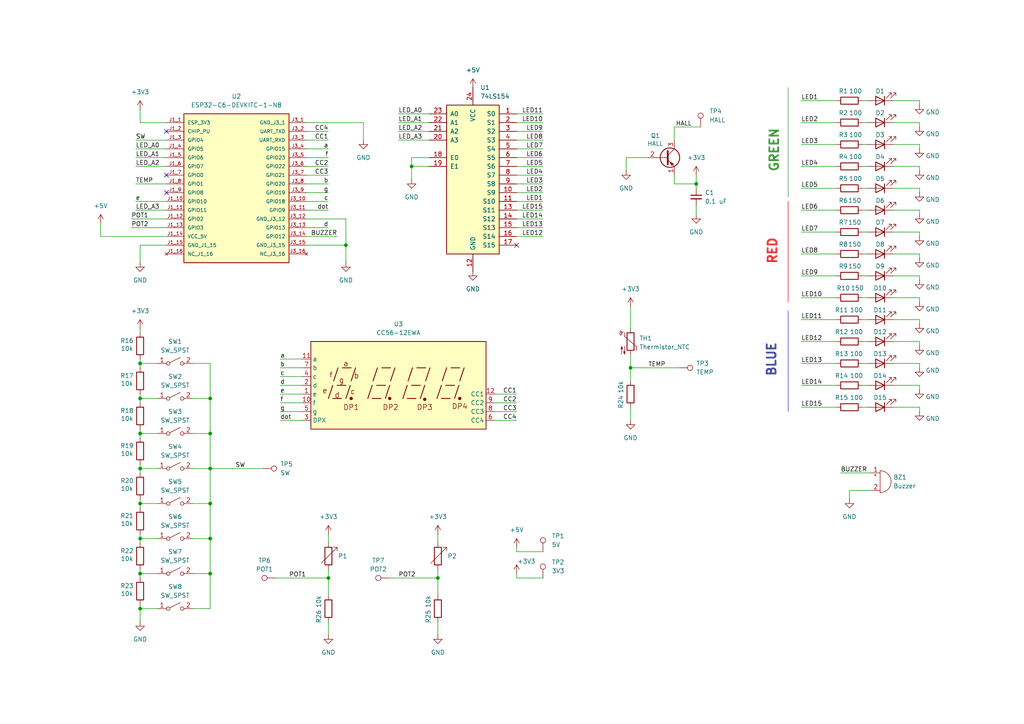
<source format=kicad_sch>
(kicad_sch (version 20250114) (generator "eeschema") (generator_version "9.0")
  (paper "A4")
  (title_block (title "Main Board"))
  (rectangle (start 228.6 90.17) (end 228.6254 119.38) (stroke (width 0) (color 61 78 216 1)))
  (rectangle (start 228.5873 58.42) (end 228.6127 87.63) (stroke (width 0) (color 216 38 51 1)))
  (rectangle (start 228.6 25.4) (end 228.6 57.15) (stroke (width 0) (color 52 143 48 1)))
  (text "RED" (at 224.028 72.898 90) (effects (font (size 2.54 2.54) (thickness 0.508) (bold yes))))
  (text "BLUE" (at 223.774 104.394 90) (effects (font (size 2.54 2.54) (thickness 0.508) (bold yes))))
  (text "GREEN" (at 224.536 43.688 90) (effects (font (size 2.54 2.54) (thickness 0.508) (bold yes))))
  (junction (at 60.96 115.57))
  (junction (at 60.96 146.05))
  (junction (at 40.64 146.05))
  (junction (at 95.25 167.64))
  (junction (at 127 167.64))
  (junction (at 40.64 115.57))
  (junction (at 40.64 166.37))
  (junction (at 60.96 166.37))
  (junction (at 40.64 156.21))
  (junction (at 60.96 135.89))
  (junction (at 60.96 125.73))
  (junction (at 40.64 125.73))
  (junction (at 40.64 176.53))
  (junction (at 100.33 71.12))
  (junction (at 60.96 156.21))
  (junction (at 119.38 48.26))
  (junction (at 182.88 106.68))
  (junction (at 40.64 135.89))
  (junction (at 201.93 53.34))
  (junction (at 40.64 105.41))
  (no_connect (at 48.26 38.1))
  (no_connect (at 48.26 55.88))
  (no_connect (at 149.86 71.12))
  (no_connect (at 48.26 50.8))
  (wire (pts (xy 55.88 166.37) (xy 60.96 166.37)))
  (wire (pts (xy 250.19 111.76) (xy 251.46 111.76)))
  (wire (pts (xy 182.88 102.87) (xy 182.88 106.68)))
  (wire (pts (xy 266.7 118.11) (xy 266.7 119.38)))
  (wire (pts (xy 40.64 114.3) (xy 40.64 115.57)))
  (wire (pts (xy 48.26 35.56) (xy 40.64 35.56)))
  (wire (pts (xy 250.19 118.11) (xy 251.46 118.11)))
  (wire (pts (xy 149.86 166.37) (xy 149.86 167.64)))
  (wire (pts (xy 246.38 144.78) (xy 246.38 142.24)))
  (wire (pts (xy 182.88 118.11) (xy 182.88 121.92)))
  (wire (pts (xy 81.28 106.68) (xy 87.63 106.68)))
  (wire (pts (xy 149.86 33.02) (xy 157.48 33.02)))
  (wire (pts (xy 95.25 38.1) (xy 88.9 38.1)))
  (wire (pts (xy 232.41 86.36) (xy 242.57 86.36)))
  (wire (pts (xy 149.86 114.3) (xy 143.51 114.3)))
  (wire (pts (xy 55.88 156.21) (xy 60.96 156.21)))
  (wire (pts (xy 232.41 60.96) (xy 242.57 60.96)))
  (wire (pts (xy 266.7 67.31) (xy 266.7 68.58)))
  (wire (pts (xy 88.9 60.96) (xy 95.25 60.96)))
  (wire (pts (xy 149.86 50.8) (xy 157.48 50.8)))
  (wire (pts (xy 40.64 105.41) (xy 40.64 106.68)))
  (wire (pts (xy 81.28 114.3) (xy 87.63 114.3)))
  (wire (pts (xy 55.88 135.89) (xy 60.96 135.89)))
  (wire (pts (xy 149.86 119.38) (xy 143.51 119.38)))
  (wire (pts (xy 40.64 71.12) (xy 40.64 76.2)))
  (wire (pts (xy 149.86 121.92) (xy 143.51 121.92)))
  (wire (pts (xy 232.41 48.26) (xy 242.57 48.26)))
  (wire (pts (xy 149.86 66.04) (xy 157.48 66.04)))
  (wire (pts (xy 80.01 167.64) (xy 95.25 167.64)))
  (wire (pts (xy 38.1 66.04) (xy 48.26 66.04)))
  (wire (pts (xy 195.58 40.64) (xy 195.58 36.83)))
  (wire (pts (xy 149.86 116.84) (xy 143.51 116.84)))
  (wire (pts (xy 95.25 48.26) (xy 88.9 48.26)))
  (wire (pts (xy 149.86 58.42) (xy 157.48 58.42)))
  (wire (pts (xy 55.88 125.73) (xy 60.96 125.73)))
  (wire (pts (xy 250.19 86.36) (xy 251.46 86.36)))
  (wire (pts (xy 266.7 54.61) (xy 266.7 55.88)))
  (wire (pts (xy 232.41 105.41) (xy 242.57 105.41)))
  (wire (pts (xy 40.64 156.21) (xy 40.64 157.48)))
  (wire (pts (xy 95.25 165.1) (xy 95.25 167.64)))
  (wire (pts (xy 55.88 115.57) (xy 60.96 115.57)))
  (wire (pts (xy 250.19 29.21) (xy 251.46 29.21)))
  (wire (pts (xy 259.08 86.36) (xy 266.7 86.36)))
  (wire (pts (xy 266.7 111.76) (xy 266.7 113.03)))
  (wire (pts (xy 95.25 55.88) (xy 88.9 55.88)))
  (wire (pts (xy 232.41 67.31) (xy 242.57 67.31)))
  (wire (pts (xy 60.96 146.05) (xy 60.96 156.21)))
  (wire (pts (xy 250.19 48.26) (xy 251.46 48.26)))
  (wire (pts (xy 40.64 105.41) (xy 45.72 105.41)))
  (wire (pts (xy 259.08 67.31) (xy 266.7 67.31)))
  (wire (pts (xy 127 180.34) (xy 127 184.15)))
  (wire (pts (xy 40.64 115.57) (xy 40.64 116.84)))
  (wire (pts (xy 95.25 180.34) (xy 95.25 184.15)))
  (wire (pts (xy 127 165.1) (xy 127 167.64)))
  (wire (pts (xy 149.86 55.88) (xy 157.48 55.88)))
  (wire (pts (xy 182.88 106.68) (xy 182.88 110.49)))
  (wire (pts (xy 95.25 154.94) (xy 95.25 157.48)))
  (wire (pts (xy 40.64 124.46) (xy 40.64 125.73)))
  (wire (pts (xy 250.19 54.61) (xy 251.46 54.61)))
  (wire (pts (xy 157.48 160.02) (xy 149.86 160.02)))
  (wire (pts (xy 266.7 73.66) (xy 266.7 74.93)))
  (wire (pts (xy 60.96 135.89) (xy 76.2 135.89)))
  (wire (pts (xy 40.64 115.57) (xy 45.72 115.57)))
  (wire (pts (xy 195.58 53.34) (xy 201.93 53.34)))
  (wire (pts (xy 259.08 41.91) (xy 266.7 41.91)))
  (wire (pts (xy 40.64 135.89) (xy 45.72 135.89)))
  (wire (pts (xy 232.41 92.71) (xy 242.57 92.71)))
  (wire (pts (xy 243.84 137.16) (xy 252.73 137.16)))
  (wire (pts (xy 119.38 48.26) (xy 119.38 52.07)))
  (wire (pts (xy 40.64 95.25) (xy 40.64 96.52)))
  (wire (pts (xy 266.7 99.06) (xy 266.7 100.33)))
  (wire (pts (xy 246.38 142.24) (xy 252.73 142.24)))
  (wire (pts (xy 40.64 175.26) (xy 40.64 176.53)))
  (wire (pts (xy 232.41 99.06) (xy 242.57 99.06)))
  (wire (pts (xy 29.21 64.77) (xy 29.21 68.58)))
  (wire (pts (xy 259.08 29.21) (xy 266.7 29.21)))
  (wire (pts (xy 81.28 109.22) (xy 87.63 109.22)))
  (wire (pts (xy 81.28 116.84) (xy 87.63 116.84)))
  (wire (pts (xy 60.96 125.73) (xy 60.96 135.89)))
  (wire (pts (xy 40.64 144.78) (xy 40.64 146.05)))
  (wire (pts (xy 149.86 48.26) (xy 157.48 48.26)))
  (wire (pts (xy 119.38 45.72) (xy 119.38 48.26)))
  (wire (pts (xy 40.64 146.05) (xy 40.64 147.32)))
  (wire (pts (xy 149.86 43.18) (xy 157.48 43.18)))
  (wire (pts (xy 88.9 71.12) (xy 100.33 71.12)))
  (wire (pts (xy 95.25 58.42) (xy 88.9 58.42)))
  (wire (pts (xy 259.08 80.01) (xy 266.7 80.01)))
  (wire (pts (xy 266.7 105.41) (xy 266.7 106.68)))
  (wire (pts (xy 100.33 71.12) (xy 100.33 76.2)))
  (wire (pts (xy 105.41 35.56) (xy 105.41 40.64)))
  (wire (pts (xy 259.08 48.26) (xy 266.7 48.26)))
  (wire (pts (xy 115.57 35.56) (xy 124.46 35.56)))
  (wire (pts (xy 55.88 105.41) (xy 60.96 105.41)))
  (wire (pts (xy 40.64 135.89) (xy 40.64 137.16)))
  (wire (pts (xy 95.25 66.04) (xy 88.9 66.04)))
  (wire (pts (xy 266.7 80.01) (xy 266.7 81.28)))
  (wire (pts (xy 250.19 99.06) (xy 251.46 99.06)))
  (wire (pts (xy 40.64 176.53) (xy 45.72 176.53)))
  (wire (pts (xy 266.7 92.71) (xy 266.7 93.98)))
  (wire (pts (xy 266.7 86.36) (xy 266.7 87.63)))
  (wire (pts (xy 115.57 40.64) (xy 124.46 40.64)))
  (wire (pts (xy 100.33 63.5) (xy 100.33 71.12)))
  (wire (pts (xy 250.19 67.31) (xy 251.46 67.31)))
  (wire (pts (xy 232.41 118.11) (xy 242.57 118.11)))
  (wire (pts (xy 60.96 166.37) (xy 60.96 176.53)))
  (wire (pts (xy 266.7 60.96) (xy 266.7 62.23)))
  (wire (pts (xy 250.19 60.96) (xy 251.46 60.96)))
  (wire (pts (xy 149.86 40.64) (xy 157.48 40.64)))
  (wire (pts (xy 60.96 105.41) (xy 60.96 115.57)))
  (wire (pts (xy 38.1 63.5) (xy 48.26 63.5)))
  (wire (pts (xy 55.88 146.05) (xy 60.96 146.05)))
  (wire (pts (xy 201.93 59.69) (xy 201.93 62.23)))
  (wire (pts (xy 97.79 68.58) (xy 88.9 68.58)))
  (wire (pts (xy 149.86 68.58) (xy 157.48 68.58)))
  (wire (pts (xy 95.25 40.64) (xy 88.9 40.64)))
  (wire (pts (xy 40.64 125.73) (xy 40.64 127)))
  (wire (pts (xy 250.19 41.91) (xy 251.46 41.91)))
  (wire (pts (xy 39.37 48.26) (xy 48.26 48.26)))
  (wire (pts (xy 39.37 53.34) (xy 48.26 53.34)))
  (wire (pts (xy 259.08 35.56) (xy 266.7 35.56)))
  (wire (pts (xy 88.9 63.5) (xy 100.33 63.5)))
  (wire (pts (xy 259.08 60.96) (xy 266.7 60.96)))
  (wire (pts (xy 182.88 88.9) (xy 182.88 95.25)))
  (wire (pts (xy 40.64 31.75) (xy 40.64 35.56)))
  (wire (pts (xy 201.93 54.61) (xy 201.93 53.34)))
  (wire (pts (xy 39.37 43.18) (xy 48.26 43.18)))
  (wire (pts (xy 119.38 48.26) (xy 124.46 48.26)))
  (wire (pts (xy 195.58 36.83) (xy 203.2 36.83)))
  (wire (pts (xy 266.7 41.91) (xy 266.7 43.18)))
  (wire (pts (xy 127 167.64) (xy 127 172.72)))
  (wire (pts (xy 157.48 167.64) (xy 149.86 167.64)))
  (wire (pts (xy 40.64 125.73) (xy 45.72 125.73)))
  (wire (pts (xy 250.19 92.71) (xy 251.46 92.71)))
  (wire (pts (xy 40.64 176.53) (xy 40.64 180.34)))
  (wire (pts (xy 149.86 45.72) (xy 157.48 45.72)))
  (wire (pts (xy 127 154.94) (xy 127 157.48)))
  (wire (pts (xy 266.7 48.26) (xy 266.7 49.53)))
  (wire (pts (xy 40.64 166.37) (xy 45.72 166.37)))
  (wire (pts (xy 149.86 60.96) (xy 157.48 60.96)))
  (wire (pts (xy 232.41 80.01) (xy 242.57 80.01)))
  (wire (pts (xy 259.08 118.11) (xy 266.7 118.11)))
  (wire (pts (xy 250.19 80.01) (xy 251.46 80.01)))
  (wire (pts (xy 259.08 54.61) (xy 266.7 54.61)))
  (wire (pts (xy 95.25 45.72) (xy 88.9 45.72)))
  (wire (pts (xy 81.28 119.38) (xy 87.63 119.38)))
  (wire (pts (xy 266.7 35.56) (xy 266.7 36.83)))
  (wire (pts (xy 259.08 92.71) (xy 266.7 92.71)))
  (wire (pts (xy 95.25 50.8) (xy 88.9 50.8)))
  (wire (pts (xy 81.28 104.14) (xy 87.63 104.14)))
  (wire (pts (xy 232.41 41.91) (xy 242.57 41.91)))
  (wire (pts (xy 39.37 58.42) (xy 48.26 58.42)))
  (wire (pts (xy 40.64 146.05) (xy 45.72 146.05)))
  (wire (pts (xy 39.37 60.96) (xy 48.26 60.96)))
  (wire (pts (xy 259.08 73.66) (xy 266.7 73.66)))
  (wire (pts (xy 40.64 166.37) (xy 40.64 167.64)))
  (wire (pts (xy 201.93 50.8) (xy 201.93 53.34)))
  (wire (pts (xy 115.57 38.1) (xy 124.46 38.1)))
  (wire (pts (xy 259.08 105.41) (xy 266.7 105.41)))
  (wire (pts (xy 266.7 29.21) (xy 266.7 30.48)))
  (wire (pts (xy 81.28 111.76) (xy 87.63 111.76)))
  (wire (pts (xy 55.88 176.53) (xy 60.96 176.53)))
  (wire (pts (xy 95.25 53.34) (xy 88.9 53.34)))
  (wire (pts (xy 81.28 121.92) (xy 87.63 121.92)))
  (wire (pts (xy 181.61 45.72) (xy 187.96 45.72)))
  (wire (pts (xy 232.41 54.61) (xy 242.57 54.61)))
  (wire (pts (xy 88.9 35.56) (xy 105.41 35.56)))
  (wire (pts (xy 39.37 45.72) (xy 48.26 45.72)))
  (wire (pts (xy 48.26 68.58) (xy 29.21 68.58)))
  (wire (pts (xy 250.19 105.41) (xy 251.46 105.41)))
  (wire (pts (xy 181.61 45.72) (xy 181.61 49.53)))
  (wire (pts (xy 60.96 135.89) (xy 60.96 146.05)))
  (wire (pts (xy 250.19 35.56) (xy 251.46 35.56)))
  (wire (pts (xy 40.64 156.21) (xy 45.72 156.21)))
  (wire (pts (xy 60.96 156.21) (xy 60.96 166.37)))
  (wire (pts (xy 149.86 35.56) (xy 157.48 35.56)))
  (wire (pts (xy 149.86 38.1) (xy 157.48 38.1)))
  (wire (pts (xy 250.19 73.66) (xy 251.46 73.66)))
  (wire (pts (xy 232.41 111.76) (xy 242.57 111.76)))
  (wire (pts (xy 39.37 40.64) (xy 48.26 40.64)))
  (wire (pts (xy 182.88 106.68) (xy 196.85 106.68)))
  (wire (pts (xy 113.03 167.64) (xy 127 167.64)))
  (wire (pts (xy 40.64 165.1) (xy 40.64 166.37)))
  (wire (pts (xy 48.26 71.12) (xy 40.64 71.12)))
  (wire (pts (xy 40.64 134.62) (xy 40.64 135.89)))
  (wire (pts (xy 115.57 33.02) (xy 124.46 33.02)))
  (wire (pts (xy 232.41 35.56) (xy 242.57 35.56)))
  (wire (pts (xy 95.25 167.64) (xy 95.25 172.72)))
  (wire (pts (xy 149.86 53.34) (xy 157.48 53.34)))
  (wire (pts (xy 259.08 111.76) (xy 266.7 111.76)))
  (wire (pts (xy 60.96 115.57) (xy 60.96 125.73)))
  (wire (pts (xy 149.86 158.75) (xy 149.86 160.02)))
  (wire (pts (xy 232.41 29.21) (xy 242.57 29.21)))
  (wire (pts (xy 232.41 73.66) (xy 242.57 73.66)))
  (wire (pts (xy 124.46 45.72) (xy 119.38 45.72)))
  (wire (pts (xy 149.86 63.5) (xy 157.48 63.5)))
  (wire (pts (xy 259.08 99.06) (xy 266.7 99.06)))
  (wire (pts (xy 40.64 154.94) (xy 40.64 156.21)))
  (wire (pts (xy 95.25 43.18) (xy 88.9 43.18)))
  (wire (pts (xy 195.58 50.8) (xy 195.58 53.34)))
  (wire (pts (xy 40.64 104.14) (xy 40.64 105.41)))
  (label "LED8" (at 232.41 73.66 0))
  (label "CC1" (at 95.25 40.64 180))
  (label "LED_A0" (at 39.37 43.18 0))
  (label "LED_A1" (at 115.57 35.56 0))
  (label "LED_A1" (at 39.37 45.72 0))
  (label "LED13" (at 232.41 105.41 0))
  (label "LED2" (at 232.41 35.56 0))
  (label "LED6" (at 157.48 45.72 180))
  (label "SW" (at 39.37 40.64 0) (effects (font (thickness 0.1588))))
  (label "CC4" (at 149.86 121.92 180))
  (label "LED4" (at 157.48 50.8 180))
  (label "LED_A3" (at 115.57 40.64 0))
  (label "LED12" (at 157.48 68.58 180))
  (label "LED11" (at 232.41 92.71 0))
  (label "LED5" (at 232.41 54.61 0))
  (label "b" (at 81.28 106.68 0))
  (label "TEMP" (at 193.04 106.68 180))
  (label "g" (at 95.25 55.88 180))
  (label "e" (at 81.28 114.3 0))
  (label "dot" (at 95.25 60.96 180))
  (label "CC4" (at 95.25 38.1 180))
  (label "HALL" (at 200.66 36.83 180) (effects (font (thickness 0.1588))))
  (label "e" (at 39.37 58.42 0))
  (label "TEMP" (at 39.37 53.34 0))
  (label "LED2" (at 157.48 55.88 180))
  (label "c" (at 95.25 58.42 180))
  (label "CC3" (at 149.86 119.38 180))
  (label "POT2" (at 115.57 167.64 0) (effects (font (thickness 0.1588))))
  (label "LED_A2" (at 115.57 38.1 0))
  (label "LED14" (at 232.41 111.76 0))
  (label "LED12" (at 232.41 99.06 0))
  (label "LED9" (at 157.48 38.1 180))
  (label "dot" (at 81.28 121.92 0))
  (label "LED10" (at 157.48 35.56 180))
  (label "a" (at 95.25 43.18 180))
  (label "SW" (at 71.12 135.89 180))
  (label "LED5" (at 157.48 48.26 180))
  (label "CC3" (at 95.25 50.8 180))
  (label "d" (at 81.28 111.76 0))
  (label "BUZZER" (at 243.84 137.16 0) (effects (font (thickness 0.1588))))
  (label "a" (at 81.28 104.14 0))
  (label "LED_A0" (at 115.57 33.02 0))
  (label "LED14" (at 157.48 63.5 180))
  (label "b" (at 95.25 53.34 180))
  (label "f" (at 95.25 45.72 180) (effects (font (thickness 0.1588))))
  (label "LED7" (at 157.48 43.18 180))
  (label "LED13" (at 157.48 66.04 180))
  (label "LED6" (at 232.41 60.96 0))
  (label "LED11" (at 157.48 33.02 180))
  (label "POT1" (at 83.82 167.64 0) (effects (font (thickness 0.1588))))
  (label "LED15" (at 157.48 60.96 180))
  (label "LED_A2" (at 39.37 48.26 0))
  (label "f" (at 81.28 116.84 0))
  (label "g" (at 81.28 119.38 0))
  (label "LED15" (at 232.41 118.11 0))
  (label "LED8" (at 157.48 40.64 180))
  (label "LED1" (at 232.41 29.21 0))
  (label "CC1" (at 149.86 114.3 180))
  (label "LED3" (at 157.48 53.34 180))
  (label "d" (at 95.25 66.04 180))
  (label "LED4" (at 232.41 48.26 0))
  (label "LED9" (at 232.41 80.01 0))
  (label "BUZZER" (at 97.79 68.58 180))
  (label "LED_A3" (at 39.37 60.96 0))
  (label "LED1" (at 157.48 58.42 180))
  (label "LED7" (at 232.41 67.31 0))
  (label "LED3" (at 232.41 41.91 0))
  (label "CC2" (at 95.25 48.26 180))
  (label "CC2" (at 149.86 116.84 180))
  (label "c" (at 81.28 109.22 0))
  (label "LED10" (at 232.41 86.36 0))
  (label "POT2" (at 38.1 66.04 0) (effects (font (thickness 0.1588))))
  (label "POT1" (at 38.1 63.5 0) (effects (font (thickness 0.1588))))
  (symbol (lib_id "Device:Thermistor_NTC") (at 182.88 99.06 0) (unit 1)
    (property "Reference" "TH1" (at 185.42 98.1074 0) (effects (justify left)))
    (property "Value" "Thermistor_NTC" (at 185.42 100.6474 0) (effects (justify left)))
    (property "Footprint" "Connector_PinHeader_2.54mm:PinHeader_1x02_P2.54mm_Vertical" (effects (hide yes)))
    (property "Description" "Temperature dependent resistor, negative temperature coefficient" (effects (hide yes)))
  )
  (symbol (lib_id "power:+5V") (at 149.86 158.75 0) (unit 1)
    (property "Reference" "#PWR031" (effects (hide yes)))
    (property "Value" "+5V" (at 149.86 153.67 0))
    (property "Description" "Power symbol creates a global label with name \"+5V\"" (effects (hide yes)))
  )
  (symbol (lib_id "Device:R_Variable") (at 95.25 161.29 0) (unit 1)
    (property "Reference" "P1" (at 98.044 161.29 0) (effects (justify left)))
    (property "Value" "R_Variable" (effects (hide yes)))
    (property "Footprint" "Potentiometer_THT:Potentiometer_ACP_CA9-V10_Vertical_Hole" (effects (hide yes)))
    (property "Description" "Variable resistor" (effects (hide yes)))
  )
  (symbol (lib_id "Device:R") (at 40.64 140.97 180) (unit 1)
    (property "Reference" "R20" (at 36.83 139.446 0))
    (property "Value" "10k" (at 36.83 141.732 0))
    (property "Footprint" "Resistor_SMD:R_0805_2012Metric" (effects (hide yes)))
    (property "Description" "Resistor" (effects (hide yes)))
  )
  (symbol (lib_id "Device:R") (at 40.64 151.13 180) (unit 1)
    (property "Reference" "R21" (at 36.83 149.606 0))
    (property "Value" "10k" (at 36.83 151.892 0))
    (property "Footprint" "Resistor_SMD:R_0805_2012Metric" (effects (hide yes)))
    (property "Description" "Resistor" (effects (hide yes)))
  )
  (symbol (lib_id "Device:R") (at 246.38 35.56 90) (unit 1)
    (property "Reference" "R2" (at 244.602 32.766 90))
    (property "Value" "100" (at 248.158 32.766 90))
    (property "Footprint" "Resistor_SMD:R_0805_2012Metric" (effects (hide yes)))
    (property "Description" "Resistor" (effects (hide yes)))
  )
  (symbol (lib_id "power:GND") (at 40.64 180.34 0) (unit 1)
    (property "Reference" "#PWR027" (effects (hide yes)))
    (property "Value" "GND" (at 40.64 185.42 0))
    (property "Description" "Power symbol creates a global label with name \"GND\" , ground" (effects (hide yes)))
  )
  (symbol (lib_id "Device:LED") (at 255.27 99.06 180) (unit 1)
    (property "Reference" "D12" (at 255.27 96.266 0))
    (property "Value" "LED" (effects (hide yes)))
    (property "Footprint" "LED_SMD:LED_Cree-PLCC4_3.2x2.8mm_CCW" (effects (hide yes)))
    (property "Description" "Light emitting diode" (effects (hide yes)))
    (property "Sim.Pins" "1=K 2=A" (effects (hide yes)))
  )
  (symbol (lib_id "Device:R") (at 246.38 86.36 90) (unit 1)
    (property "Reference" "R10" (at 244.602 83.566 90))
    (property "Value" "150" (at 248.666 83.566 90))
    (property "Footprint" "Resistor_SMD:R_0805_2012Metric" (effects (hide yes)))
    (property "Description" "Resistor" (effects (hide yes)))
  )
  (symbol (lib_id "Switch:SW_SPST") (at 50.8 105.41 0) (unit 1)
    (property "Reference" "SW1" (at 50.8 99.06 0))
    (property "Value" "SW_SPST" (at 50.8 101.6 0))
    (property "Footprint" "Spst_SW:SW_TS02-66-60-BK-100-LCR-D" (effects (hide yes)))
    (property "Description" "Single Pole Single Throw (SPST) switch" (effects (hide yes)))
  )
  (symbol (lib_id "power:GND") (at 266.7 93.98 0) (unit 1)
    (property "Reference" "#PWR016" (effects (hide yes)))
    (property "Value" "GND" (at 270.51 96.012 0))
    (property "Description" "Power symbol creates a global label with name \"GND\" , ground" (effects (hide yes)))
  )
  (symbol (lib_id "power:GND") (at 266.7 30.48 0) (unit 1)
    (property "Reference" "#PWR06" (effects (hide yes)))
    (property "Value" "GND" (at 270.51 32.512 0))
    (property "Description" "Power symbol creates a global label with name \"GND\" , ground" (effects (hide yes)))
  )
  (symbol (lib_id "Device:R") (at 246.38 118.11 90) (unit 1)
    (property "Reference" "R15" (at 244.094 115.316 90))
    (property "Value" "100" (at 248.412 115.316 90))
    (property "Footprint" "Resistor_SMD:R_0805_2012Metric" (effects (hide yes)))
    (property "Description" "Resistor" (effects (hide yes)))
  )
  (symbol (lib_id "power:+3V3") (at 40.64 95.25 0) (unit 1)
    (property "Reference" "#PWR028" (effects (hide yes)))
    (property "Value" "+3V3" (at 40.64 90.17 0))
    (property "Description" "Power symbol creates a global label with name \"+3V3\"" (effects (hide yes)))
  )
  (symbol (lib_id "Device:R") (at 127 176.53 180) (unit 1)
    (property "Reference" "R25" (at 124.206 178.816 90))
    (property "Value" "10k" (at 124.206 174.498 90))
    (property "Footprint" "Resistor_SMD:R_0805_2012Metric" (effects (hide yes)))
    (property "Description" "Resistor" (effects (hide yes)))
  )
  (symbol (lib_id "Switch:SW_SPST") (at 50.8 146.05 0) (unit 1)
    (property "Reference" "SW5" (at 50.8 139.7 0))
    (property "Value" "SW_SPST" (at 50.8 142.24 0))
    (property "Footprint" "Spst_SW:SW_TS02-66-60-BK-100-LCR-D" (effects (hide yes)))
    (property "Description" "Single Pole Single Throw (SPST) switch" (effects (hide yes)))
  )
  (symbol (lib_id "Device:LED") (at 255.27 48.26 180) (unit 1)
    (property "Reference" "D4" (at 255.27 45.466 0))
    (property "Value" "LED" (effects (hide yes)))
    (property "Footprint" "LED_SMD:LED_Cree-PLCC4_3.2x2.8mm_CCW" (effects (hide yes)))
    (property "Description" "Light emitting diode" (effects (hide yes)))
    (property "Sim.Pins" "1=K 2=A" (effects (hide yes)))
  )
  (symbol (lib_id "Display_Character:CC56-12EWA") (at 115.57 111.76 0) (unit 1)
    (property "Reference" "U3" (at 115.57 93.98 0))
    (property "Value" "CC56-12EWA" (at 115.57 96.52 0))
    (property "Footprint" "Display_7Segment:CA56-12EWA" (effects (hide yes)))
    (property "Datasheet" "http://www.kingbrightusa.com/images/catalog/SPEC/CA56-12EWA.pdf" (effects (hide yes)))
    (property "Description" "4 digit 7 segment high efficiency red LED, common cathode" (effects (hide yes)))
  )
  (symbol (lib_id "power:GND") (at 201.93 62.23 0) (unit 1)
    (property "Reference" "#PWR024" (effects (hide yes)))
    (property "Value" "GND" (at 201.93 67.31 0))
    (property "Description" "Power symbol creates a global label with name \"GND\" , ground" (effects (hide yes)))
  )
  (symbol (lib_id "Connector:TestPoint") (at 113.03 167.64 90) (unit 1)
    (property "Reference" "TP7" (at 109.728 162.56 90))
    (property "Value" "POT2" (at 109.728 165.1 90))
    (property "Footprint" "TestPoint:TestPoint_Pad_D1.0mm" (effects (hide yes)))
    (property "Description" "test point" (effects (hide yes)))
  )
  (symbol (lib_id "Device:R") (at 40.64 171.45 180) (unit 1)
    (property "Reference" "R23" (at 36.83 169.926 0))
    (property "Value" "10k" (at 36.83 172.212 0))
    (property "Footprint" "Resistor_SMD:R_0805_2012Metric" (effects (hide yes)))
    (property "Description" "Resistor" (effects (hide yes)))
  )
  (symbol (lib_id "Device:R") (at 246.38 67.31 90) (unit 1)
    (property "Reference" "R7" (at 244.602 64.516 90))
    (property "Value" "150" (at 247.904 64.516 90))
    (property "Footprint" "Resistor_SMD:R_0805_2012Metric" (effects (hide yes)))
    (property "Description" "Resistor" (effects (hide yes)))
  )
  (symbol (lib_id "power:GND") (at 127 184.15 0) (unit 1)
    (property "Reference" "#PWR033" (effects (hide yes)))
    (property "Value" "GND" (at 127 189.23 0))
    (property "Description" "Power symbol creates a global label with name \"GND\" , ground" (effects (hide yes)))
  )
  (symbol (lib_id "Device:R_Variable") (at 127 161.29 0) (unit 1)
    (property "Reference" "P2" (at 129.794 161.29 0) (effects (justify left)))
    (property "Value" "R_Variable" (effects (hide yes)))
    (property "Footprint" "Potentiometer_THT:Potentiometer_ACP_CA9-V10_Vertical_Hole" (effects (hide yes)))
    (property "Description" "Variable resistor" (effects (hide yes)))
  )
  (symbol (lib_id "ESP32-C6-DEVKITC-1-N8:ESP32-C6-DEVKITC-1-N8") (at 68.58 55.88 0) (unit 1)
    (property "Reference" "U2" (at 68.58 27.94 0))
    (property "Value" "ESP32-C6-DEVKITC-1-N8" (at 68.58 30.48 0))
    (property "Footprint" "ESP32-C6-DEVKITC-1-N8:MODULE_ESP32-C6-DEVKITC-1-N8" (effects (hide yes)))
    (property "MF" "Espressif Systems" (effects (hide yes)))
    (property "Description_1" "The ESP32-C6-DEVKITC-1-N8 from Espressif Systems is a development board designed for RF, RFID, and wireless applications. Built around the ESP32-C6-WROOM-1 module, it supports multiple connectivity options including 802.11 b/g/n/ax Wi-Fi, Bluetooth® (BLE), and 802.15.4 for Thread and Zigbee® protocols. The board is powered by the ESP32-C6 chip with 8MB SPI flash, offering advanced processing power and efficient memory management. It features GPIO ports for extensive interfacing, along with a USB Type-C™ to UART port for power and communication. The board also includes a USB-to-UART bridge, pin header, and boot/reset buttons, operating at 3.3V with a 5V to 3.3V power regulator. This development board is ideal for exploring a wide range of wireless applications, including IoT, smart home devices, and RF communication projects." (effects (hide yes)))
    (property "Package" "None" (effects (hide yes)))
    (property "Price" "None" (effects (hide yes)))
    (property "Check_prices" "https://www.snapeda.com/parts/ESP32-C6-DEVKITC-1-N8/Espressif+Systems/view-part/?ref=eda" (effects (hide yes)))
    (property "STANDARD" "Manufacturer Recommendations" (effects (hide yes)))
    (property "PARTREV" "1.3" (effects (hide yes)))
    (property "SnapEDA_Link" "https://www.snapeda.com/parts/ESP32-C6-DEVKITC-1-N8/Espressif+Systems/view-part/?ref=snap" (effects (hide yes)))
    (property "MP" "ESP32-C6-DEVKITC-1-N8" (effects (hide yes)))
    (property "Availability" "In Stock" (effects (hide yes)))
    (property "MANUFACTURER" "Espressif Systems" (effects (hide yes)))
  )
  (symbol (lib_id "Switch:SW_SPST") (at 50.8 125.73 0) (unit 1)
    (property "Reference" "SW3" (at 50.8 119.38 0))
    (property "Value" "SW_SPST" (at 50.8 121.92 0))
    (property "Footprint" "Spst_SW:SW_TS02-66-60-BK-100-LCR-D" (effects (hide yes)))
    (property "Description" "Single Pole Single Throw (SPST) switch" (effects (hide yes)))
  )
  (symbol (lib_id "Connector:TestPoint") (at 76.2 135.89 270) (unit 1)
    (property "Reference" "TP5" (at 81.28 134.6199 90) (effects (justify left)))
    (property "Value" "SW" (at 81.28 137.1599 90) (effects (justify left)))
    (property "Footprint" "TestPoint:TestPoint_Pad_D1.0mm" (effects (hide yes)))
    (property "Description" "test point" (effects (hide yes)))
  )
  (symbol (lib_id "power:+3V3") (at 95.25 154.94 0) (unit 1)
    (property "Reference" "#PWR044" (effects (hide yes)))
    (property "Value" "+3V3" (at 95.25 149.86 0))
    (property "Description" "Power symbol creates a global label with name \"+3V3\"" (effects (hide yes)))
  )
  (symbol (lib_id "Switch:SW_SPST") (at 50.8 135.89 0) (unit 1)
    (property "Reference" "SW4" (at 50.8 129.54 0))
    (property "Value" "SW_SPST" (at 50.8 132.08 0))
    (property "Footprint" "Spst_SW:SW_TS02-66-60-BK-100-LCR-D" (effects (hide yes)))
    (property "Description" "Single Pole Single Throw (SPST) switch" (effects (hide yes)))
  )
  (symbol (lib_id "power:GND") (at 266.7 55.88 0) (unit 1)
    (property "Reference" "#PWR010" (effects (hide yes)))
    (property "Value" "GND" (at 270.51 57.912 0))
    (property "Description" "Power symbol creates a global label with name \"GND\" , ground" (effects (hide yes)))
  )
  (symbol (lib_id "power:+3V3") (at 40.64 31.75 0) (unit 1)
    (property "Reference" "#PWR01" (effects (hide yes)))
    (property "Value" "+3V3" (at 40.64 26.67 0))
    (property "Description" "Power symbol creates a global label with name \"+3V3\"" (effects (hide yes)))
  )
  (symbol (lib_id "Device:LED") (at 255.27 41.91 180) (unit 1)
    (property "Reference" "D3" (at 255.27 39.116 0))
    (property "Value" "LED" (effects (hide yes)))
    (property "Footprint" "LED_SMD:LED_Cree-PLCC4_3.2x2.8mm_CCW" (effects (hide yes)))
    (property "Description" "Light emitting diode" (effects (hide yes)))
    (property "Sim.Pins" "1=K 2=A" (effects (hide yes)))
  )
  (symbol (lib_id "Device:LED") (at 255.27 92.71 180) (unit 1)
    (property "Reference" "D11" (at 255.27 89.916 0))
    (property "Value" "LED" (effects (hide yes)))
    (property "Footprint" "LED_SMD:LED_Cree-PLCC4_3.2x2.8mm_CCW" (effects (hide yes)))
    (property "Description" "Light emitting diode" (effects (hide yes)))
    (property "Sim.Pins" "1=K 2=A" (effects (hide yes)))
  )
  (symbol (lib_id "Device:R") (at 182.88 114.3 180) (unit 1)
    (property "Reference" "R24" (at 180.086 116.586 90))
    (property "Value" "10k" (at 180.086 112.268 90))
    (property "Footprint" "Resistor_SMD:R_0805_2012Metric" (effects (hide yes)))
    (property "Description" "Resistor" (effects (hide yes)))
  )
  (symbol (lib_id "Device:C_Small") (at 201.93 57.15 0) (unit 1)
    (property "Reference" "C1" (at 204.47 55.8862 0) (effects (justify left)))
    (property "Value" "0.1 uF" (at 204.47 58.4262 0) (effects (justify left)))
    (property "Footprint" "Capacitor_SMD:C_0805_2012Metric" (effects (hide yes)))
    (property "Description" "Unpolarized capacitor, small symbol" (effects (hide yes)))
  )
  (symbol (lib_id "power:GND") (at 182.88 121.92 0) (unit 1)
    (property "Reference" "#PWR029" (effects (hide yes)))
    (property "Value" "GND" (at 182.88 127 0))
    (property "Description" "Power symbol creates a global label with name \"GND\" , ground" (effects (hide yes)))
  )
  (symbol (lib_id "power:GND") (at 181.61 49.53 0) (unit 1)
    (property "Reference" "#PWR023" (effects (hide yes)))
    (property "Value" "GND" (at 181.61 54.61 0))
    (property "Description" "Power symbol creates a global label with name \"GND\" , ground" (effects (hide yes)))
  )
  (symbol (lib_id "power:GND") (at 266.7 119.38 0) (unit 1)
    (property "Reference" "#PWR020" (effects (hide yes)))
    (property "Value" "GND" (at 270.51 121.412 0))
    (property "Description" "Power symbol creates a global label with name \"GND\" , ground" (effects (hide yes)))
  )
  (symbol (lib_id "Device:R") (at 246.38 48.26 90) (unit 1)
    (property "Reference" "R4" (at 244.602 45.466 90))
    (property "Value" "100" (at 248.158 45.466 90))
    (property "Footprint" "Resistor_SMD:R_0805_2012Metric" (effects (hide yes)))
    (property "Description" "Resistor" (effects (hide yes)))
  )
  (symbol (lib_id "Connector:TestPoint") (at 203.2 36.83 0) (unit 1)
    (property "Reference" "TP4" (at 205.74 32.2579 0) (effects (justify left)))
    (property "Value" "HALL" (at 205.74 34.7979 0) (effects (justify left)))
    (property "Footprint" "TestPoint:TestPoint_Pad_D1.0mm" (effects (hide yes)))
    (property "Description" "test point" (effects (hide yes)))
  )
  (symbol (lib_id "Device:R") (at 246.38 80.01 90) (unit 1)
    (property "Reference" "R9" (at 244.602 77.216 90))
    (property "Value" "150" (at 247.904 77.216 90))
    (property "Footprint" "Resistor_SMD:R_0805_2012Metric" (effects (hide yes)))
    (property "Description" "Resistor" (effects (hide yes)))
  )
  (symbol (lib_id "Device:LED") (at 255.27 111.76 180) (unit 1)
    (property "Reference" "D14" (at 255.27 108.966 0))
    (property "Value" "LED" (effects (hide yes)))
    (property "Footprint" "LED_SMD:LED_Cree-PLCC4_3.2x2.8mm_CCW" (effects (hide yes)))
    (property "Description" "Light emitting diode" (effects (hide yes)))
    (property "Sim.Pins" "1=K 2=A" (effects (hide yes)))
  )
  (symbol (lib_id "power:+3V3") (at 182.88 88.9 0) (unit 1)
    (property "Reference" "#PWR030" (effects (hide yes)))
    (property "Value" "+3V3" (at 182.88 83.82 0))
    (property "Description" "Power symbol creates a global label with name \"+3V3\"" (effects (hide yes)))
  )
  (symbol (lib_id "power:GND") (at 266.7 100.33 0) (unit 1)
    (property "Reference" "#PWR017" (effects (hide yes)))
    (property "Value" "GND" (at 270.51 102.362 0))
    (property "Description" "Power symbol creates a global label with name \"GND\" , ground" (effects (hide yes)))
  )
  (symbol (lib_id "Device:LED") (at 255.27 35.56 180) (unit 1)
    (property "Reference" "D2" (at 255.27 32.766 0))
    (property "Value" "LED" (effects (hide yes)))
    (property "Footprint" "LED_SMD:LED_Cree-PLCC4_3.2x2.8mm_CCW" (effects (hide yes)))
    (property "Description" "Light emitting diode" (effects (hide yes)))
    (property "Sim.Pins" "1=K 2=A" (effects (hide yes)))
  )
  (symbol (lib_id "Device:R") (at 246.38 105.41 90) (unit 1)
    (property "Reference" "R13" (at 244.094 102.616 90))
    (property "Value" "100" (at 248.412 102.616 90))
    (property "Footprint" "Resistor_SMD:R_0805_2012Metric" (effects (hide yes)))
    (property "Description" "Resistor" (effects (hide yes)))
  )
  (symbol (lib_id "Device:R") (at 40.64 130.81 180) (unit 1)
    (property "Reference" "R19" (at 36.83 129.286 0))
    (property "Value" "10k" (at 36.83 131.572 0))
    (property "Footprint" "Resistor_SMD:R_0805_2012Metric" (effects (hide yes)))
    (property "Description" "Resistor" (effects (hide yes)))
  )
  (symbol (lib_id "power:GND") (at 119.38 52.07 0) (unit 1)
    (property "Reference" "#PWR043" (effects (hide yes)))
    (property "Value" "GND" (at 119.38 57.15 0))
    (property "Description" "Power symbol creates a global label with name \"GND\" , ground" (effects (hide yes)))
  )
  (symbol (lib_id "Connector:TestPoint") (at 157.48 167.64 0) (unit 1)
    (property "Reference" "TP2" (at 160.02 163.0679 0) (effects (justify left)))
    (property "Value" "3V3" (at 160.02 165.6079 0) (effects (justify left)))
    (property "Footprint" "TestPoint:TestPoint_Pad_D1.0mm" (effects (hide yes)))
    (property "Description" "test point" (effects (hide yes)))
  )
  (symbol (lib_id "Device:R") (at 95.25 176.53 180) (unit 1)
    (property "Reference" "R26" (at 92.456 178.816 90))
    (property "Value" "10k" (at 92.456 174.498 90))
    (property "Footprint" "Resistor_SMD:R_0805_2012Metric" (effects (hide yes)))
    (property "Description" "Resistor" (effects (hide yes)))
  )
  (symbol (lib_id "power:+5V") (at 29.21 64.77 0) (unit 1)
    (property "Reference" "#PWR05" (effects (hide yes)))
    (property "Value" "+5V" (at 29.21 59.69 0))
    (property "Description" "Power symbol creates a global label with name \"+5V\"" (effects (hide yes)))
  )
  (symbol (lib_id "Device:R") (at 40.64 120.65 180) (unit 1)
    (property "Reference" "R18" (at 36.83 119.126 0))
    (property "Value" "10k" (at 36.83 121.412 0))
    (property "Footprint" "Resistor_SMD:R_0805_2012Metric" (effects (hide yes)))
    (property "Description" "Resistor" (effects (hide yes)))
  )
  (symbol (lib_id "power:+3V3") (at 127 154.94 0) (unit 1)
    (property "Reference" "#PWR046" (effects (hide yes)))
    (property "Value" "+3V3" (at 127 149.86 0))
    (property "Description" "Power symbol creates a global label with name \"+3V3\"" (effects (hide yes)))
  )
  (symbol (lib_id "Device:R") (at 246.38 99.06 90) (unit 1)
    (property "Reference" "R12" (at 244.094 96.266 90))
    (property "Value" "100" (at 248.412 96.266 90))
    (property "Footprint" "Resistor_SMD:R_0805_2012Metric" (effects (hide yes)))
    (property "Description" "Resistor" (effects (hide yes)))
  )
  (symbol (lib_id "power:GND") (at 266.7 106.68 0) (unit 1)
    (property "Reference" "#PWR018" (effects (hide yes)))
    (property "Value" "GND" (at 270.51 107.442 0))
    (property "Description" "Power symbol creates a global label with name \"GND\" , ground" (effects (hide yes)))
  )
  (symbol (lib_id "Switch:SW_SPST") (at 50.8 166.37 0) (unit 1)
    (property "Reference" "SW7" (at 50.8 160.02 0))
    (property "Value" "SW_SPST" (at 50.8 162.56 0))
    (property "Footprint" "Spst_SW:SW_TS02-66-60-BK-100-LCR-D" (effects (hide yes)))
    (property "Description" "Single Pole Single Throw (SPST) switch" (effects (hide yes)))
  )
  (symbol (lib_id "Device:LED") (at 255.27 80.01 180) (unit 1)
    (property "Reference" "D9" (at 255.27 77.216 0))
    (property "Value" "LED" (effects (hide yes)))
    (property "Footprint" "LED_SMD:LED_Cree-PLCC4_3.2x2.8mm_CCW" (effects (hide yes)))
    (property "Description" "Light emitting diode" (effects (hide yes)))
    (property "Sim.Pins" "1=K 2=A" (effects (hide yes)))
  )
  (symbol (lib_id "power:GND") (at 266.7 49.53 0) (unit 1)
    (property "Reference" "#PWR09" (effects (hide yes)))
    (property "Value" "GND" (at 270.51 51.562 0))
    (property "Description" "Power symbol creates a global label with name \"GND\" , ground" (effects (hide yes)))
  )
  (symbol (lib_id "Device:R") (at 246.38 29.21 90) (unit 1)
    (property "Reference" "R1" (at 244.602 26.416 90))
    (property "Value" "100" (at 248.158 26.416 90))
    (property "Footprint" "Resistor_SMD:R_0805_2012Metric" (effects (hide yes)))
    (property "Description" "Resistor" (effects (hide yes)))
  )
  (symbol (lib_id "Switch:SW_SPST") (at 50.8 156.21 0) (unit 1)
    (property "Reference" "SW6" (at 50.8 149.86 0))
    (property "Value" "SW_SPST" (at 50.8 152.4 0))
    (property "Footprint" "Spst_SW:SW_TS02-66-60-BK-100-LCR-D" (effects (hide yes)))
    (property "Description" "Single Pole Single Throw (SPST) switch" (effects (hide yes)))
  )
  (symbol (lib_id "power:+3V3") (at 149.86 166.37 0) (unit 1)
    (property "Reference" "#PWR032" (effects (hide yes)))
    (property "Value" "+3V3" (at 152.654 162.814 0))
    (property "Description" "Power symbol creates a global label with name \"+3V3\"" (effects (hide yes)))
  )
  (symbol (lib_id "Device:LED") (at 255.27 118.11 180) (unit 1)
    (property "Reference" "D15" (at 255.27 115.316 0))
    (property "Value" "LED" (effects (hide yes)))
    (property "Footprint" "LED_SMD:LED_Cree-PLCC4_3.2x2.8mm_CCW" (effects (hide yes)))
    (property "Description" "Light emitting diode" (effects (hide yes)))
    (property "Sim.Pins" "1=K 2=A" (effects (hide yes)))
  )
  (symbol (lib_id "power:GND") (at 40.64 76.2 0) (unit 1)
    (property "Reference" "#PWR04" (effects (hide yes)))
    (property "Value" "GND" (at 40.64 81.28 0))
    (property "Description" "Power symbol creates a global label with name \"GND\" , ground" (effects (hide yes)))
  )
  (symbol (lib_id "power:GND") (at 266.7 68.58 0) (unit 1)
    (property "Reference" "#PWR012" (effects (hide yes)))
    (property "Value" "GND" (at 270.51 70.612 0))
    (property "Description" "Power symbol creates a global label with name \"GND\" , ground" (effects (hide yes)))
  )
  (symbol (lib_id "74xx:74LS154") (at 137.16 50.8 0) (unit 1)
    (property "Reference" "U1" (at 139.3033 25.4 0) (effects (justify left)))
    (property "Value" "74LS154" (at 139.3033 27.94 0) (effects (justify left)))
    (property "Footprint" "Package_SO:TSSOP-24_4.4x7.8mm_P0.65mm" (effects (hide yes)))
    (property "Datasheet" "http://www.ti.com/lit/gpn/sn74LS154" (effects (hide yes)))
    (property "Description" "Decoder 4 to 16" (effects (hide yes)))
  )
  (symbol (lib_id "Device:R") (at 40.64 161.29 180) (unit 1)
    (property "Reference" "R22" (at 36.83 159.766 0))
    (property "Value" "10k" (at 36.83 162.052 0))
    (property "Footprint" "Resistor_SMD:R_0805_2012Metric" (effects (hide yes)))
    (property "Description" "Resistor" (effects (hide yes)))
  )
  (symbol (lib_id "Connector:TestPoint") (at 196.85 106.68 270) (unit 1)
    (property "Reference" "TP3" (at 201.93 105.4099 90) (effects (justify left)))
    (property "Value" "TEMP" (at 201.93 107.9499 90) (effects (justify left)))
    (property "Footprint" "TestPoint:TestPoint_Pad_D1.0mm" (effects (hide yes)))
    (property "Description" "test point" (effects (hide yes)))
  )
  (symbol (lib_id "power:GND") (at 266.7 87.63 0) (unit 1)
    (property "Reference" "#PWR015" (effects (hide yes)))
    (property "Value" "GND" (at 270.51 89.662 0))
    (property "Description" "Power symbol creates a global label with name \"GND\" , ground" (effects (hide yes)))
  )
  (symbol (lib_id "power:GND") (at 266.7 43.18 0) (unit 1)
    (property "Reference" "#PWR08" (effects (hide yes)))
    (property "Value" "GND" (at 270.51 45.212 0))
    (property "Description" "Power symbol creates a global label with name \"GND\" , ground" (effects (hide yes)))
  )
  (symbol (lib_id "power:GND") (at 266.7 81.28 0) (unit 1)
    (property "Reference" "#PWR014" (effects (hide yes)))
    (property "Value" "GND" (at 270.51 83.312 0))
    (property "Description" "Power symbol creates a global label with name \"GND\" , ground" (effects (hide yes)))
  )
  (symbol (lib_id "power:+3V3") (at 201.93 50.8 0) (unit 1)
    (property "Reference" "#PWR025" (effects (hide yes)))
    (property "Value" "+3V3" (at 201.93 45.72 0))
    (property "Description" "Power symbol creates a global label with name \"+3V3\"" (effects (hide yes)))
  )
  (symbol (lib_id "Device:R") (at 246.38 73.66 90) (unit 1)
    (property "Reference" "R8" (at 244.602 70.866 90))
    (property "Value" "150" (at 247.904 70.866 90))
    (property "Footprint" "Resistor_SMD:R_0805_2012Metric" (effects (hide yes)))
    (property "Description" "Resistor" (effects (hide yes)))
  )
  (symbol (lib_id "Device:R") (at 246.38 92.71 90) (unit 1)
    (property "Reference" "R11" (at 244.094 89.916 90))
    (property "Value" "100" (at 248.412 89.916 90))
    (property "Footprint" "Resistor_SMD:R_0805_2012Metric" (effects (hide yes)))
    (property "Description" "Resistor" (effects (hide yes)))
  )
  (symbol (lib_id "power:GND") (at 105.41 40.64 0) (unit 1)
    (property "Reference" "#PWR02" (effects (hide yes)))
    (property "Value" "GND" (at 105.41 45.72 0))
    (property "Description" "Power symbol creates a global label with name \"GND\" , ground" (effects (hide yes)))
  )
  (symbol (lib_id "power:GND") (at 100.33 76.2 0) (unit 1)
    (property "Reference" "#PWR03" (effects (hide yes)))
    (property "Value" "GND" (at 100.33 81.28 0))
    (property "Description" "Power symbol creates a global label with name \"GND\" , ground" (effects (hide yes)))
  )
  (symbol (lib_id "power:GND") (at 266.7 36.83 0) (unit 1)
    (property "Reference" "#PWR07" (effects (hide yes)))
    (property "Value" "GND" (at 270.51 38.862 0))
    (property "Description" "Power symbol creates a global label with name \"GND\" , ground" (effects (hide yes)))
  )
  (symbol (lib_id "power:+5V") (at 137.16 25.4 0) (unit 1)
    (property "Reference" "#PWR021" (effects (hide yes)))
    (property "Value" "+5V" (at 137.16 20.32 0))
    (property "Description" "Power symbol creates a global label with name \"+5V\"" (effects (hide yes)))
  )
  (symbol (lib_id "Switch:SW_SPST") (at 50.8 115.57 0) (unit 1)
    (property "Reference" "SW2" (at 50.8 109.22 0))
    (property "Value" "SW_SPST" (at 50.8 111.76 0))
    (property "Footprint" "Spst_SW:SW_TS02-66-60-BK-100-LCR-D" (effects (hide yes)))
    (property "Description" "Single Pole Single Throw (SPST) switch" (effects (hide yes)))
  )
  (symbol (lib_id "power:GND") (at 266.7 74.93 0) (unit 1)
    (property "Reference" "#PWR013" (effects (hide yes)))
    (property "Value" "GND" (at 270.51 76.962 0))
    (property "Description" "Power symbol creates a global label with name \"GND\" , ground" (effects (hide yes)))
  )
  (symbol (lib_id "power:GND") (at 266.7 113.03 0) (unit 1)
    (property "Reference" "#PWR019" (effects (hide yes)))
    (property "Value" "GND" (at 270.51 115.062 0))
    (property "Description" "Power symbol creates a global label with name \"GND\" , ground" (effects (hide yes)))
  )
  (symbol (lib_id "Device:LED") (at 255.27 29.21 180) (unit 1)
    (property "Reference" "D1" (at 255.27 26.416 0))
    (property "Value" "LED" (effects (hide yes)))
    (property "Footprint" "LED_SMD:LED_Cree-PLCC4_3.2x2.8mm_CCW" (effects (hide yes)))
    (property "Description" "Light emitting diode" (effects (hide yes)))
    (property "Sim.Pins" "1=K 2=A" (effects (hide yes)))
  )
  (symbol (lib_id "Device:R") (at 40.64 110.49 180) (unit 1)
    (property "Reference" "R17" (at 36.83 108.966 0))
    (property "Value" "10k" (at 36.83 111.252 0))
    (property "Footprint" "Resistor_SMD:R_0805_2012Metric" (effects (hide yes)))
    (property "Description" "Resistor" (effects (hide yes)))
  )
  (symbol (lib_id "power:GND") (at 266.7 62.23 0) (unit 1)
    (property "Reference" "#PWR011" (effects (hide yes)))
    (property "Value" "GND" (at 270.51 64.262 0))
    (property "Description" "Power symbol creates a global label with name \"GND\" , ground" (effects (hide yes)))
  )
  (symbol (lib_id "power:GND") (at 95.25 184.15 0) (unit 1)
    (property "Reference" "#PWR034" (effects (hide yes)))
    (property "Value" "GND" (at 95.25 189.23 0))
    (property "Description" "Power symbol creates a global label with name \"GND\" , ground" (effects (hide yes)))
  )
  (symbol (lib_id "Device:R") (at 40.64 100.33 180) (unit 1)
    (property "Reference" "R16" (at 36.83 98.806 0))
    (property "Value" "10k" (at 36.83 101.092 0))
    (property "Footprint" "Resistor_SMD:R_0805_2012Metric" (effects (hide yes)))
    (property "Description" "Resistor" (effects (hide yes)))
  )
  (symbol (lib_id "Device:LED") (at 255.27 60.96 180) (unit 1)
    (property "Reference" "D6" (at 255.27 58.166 0))
    (property "Value" "LED" (effects (hide yes)))
    (property "Footprint" "LED_SMD:LED_Cree-PLCC4_3.2x2.8mm_CCW" (effects (hide yes)))
    (property "Description" "Light emitting diode" (effects (hide yes)))
    (property "Sim.Pins" "1=K 2=A" (effects (hide yes)))
  )
  (symbol (lib_id "Device:LED") (at 255.27 86.36 180) (unit 1)
    (property "Reference" "D10" (at 255.27 83.566 0))
    (property "Value" "LED" (effects (hide yes)))
    (property "Footprint" "LED_SMD:LED_Cree-PLCC4_3.2x2.8mm_CCW" (effects (hide yes)))
    (property "Description" "Light emitting diode" (effects (hide yes)))
    (property "Sim.Pins" "1=K 2=A" (effects (hide yes)))
  )
  (symbol (lib_id "Device:LED") (at 255.27 105.41 180) (unit 1)
    (property "Reference" "D13" (at 255.27 102.616 0))
    (property "Value" "LED" (effects (hide yes)))
    (property "Footprint" "LED_SMD:LED_Cree-PLCC4_3.2x2.8mm_CCW" (effects (hide yes)))
    (property "Description" "Light emitting diode" (effects (hide yes)))
    (property "Sim.Pins" "1=K 2=A" (effects (hide yes)))
  )
  (symbol (lib_id "Device:LED") (at 255.27 67.31 180) (unit 1)
    (property "Reference" "D7" (at 255.27 64.516 0))
    (property "Value" "LED" (effects (hide yes)))
    (property "Footprint" "LED_SMD:LED_Cree-PLCC4_3.2x2.8mm_CCW" (effects (hide yes)))
    (property "Description" "Light emitting diode" (effects (hide yes)))
    (property "Sim.Pins" "1=K 2=A" (effects (hide yes)))
  )
  (symbol (lib_id "Device:LED") (at 255.27 54.61 180) (unit 1)
    (property "Reference" "D5" (at 255.27 51.816 0))
    (property "Value" "LED" (effects (hide yes)))
    (property "Footprint" "LED_SMD:LED_Cree-PLCC4_3.2x2.8mm_CCW" (effects (hide yes)))
    (property "Description" "Light emitting diode" (effects (hide yes)))
    (property "Sim.Pins" "1=K 2=A" (effects (hide yes)))
  )
  (symbol (lib_id "Connector:TestPoint") (at 80.01 167.64 90) (unit 1)
    (property "Reference" "TP6" (at 76.708 162.56 90))
    (property "Value" "POT1" (at 76.708 165.1 90))
    (property "Footprint" "TestPoint:TestPoint_Pad_D1.0mm" (effects (hide yes)))
    (property "Description" "test point" (effects (hide yes)))
  )
  (symbol (lib_id "power:GND") (at 246.38 144.78 0) (unit 1)
    (property "Reference" "#PWR026" (effects (hide yes)))
    (property "Value" "GND" (at 246.38 149.86 0))
    (property "Description" "Power symbol creates a global label with name \"GND\" , ground" (effects (hide yes)))
  )
  (symbol (lib_id "Device:R") (at 246.38 41.91 90) (unit 1)
    (property "Reference" "R3" (at 244.602 39.116 90))
    (property "Value" "100" (at 248.158 39.116 90))
    (property "Footprint" "Resistor_SMD:R_0805_2012Metric" (effects (hide yes)))
    (property "Description" "Resistor" (effects (hide yes)))
  )
  (symbol (lib_id "Device:LED") (at 255.27 73.66 180) (unit 1)
    (property "Reference" "D8" (at 255.27 70.866 0))
    (property "Value" "LED" (effects (hide yes)))
    (property "Footprint" "LED_SMD:LED_Cree-PLCC4_3.2x2.8mm_CCW" (effects (hide yes)))
    (property "Description" "Light emitting diode" (effects (hide yes)))
    (property "Sim.Pins" "1=K 2=A" (effects (hide yes)))
  )
  (symbol (lib_id "Device:Buzzer") (at 255.27 139.7 0) (unit 1)
    (property "Reference" "BZ1" (at 259.08 138.4299 0) (effects (justify left)))
    (property "Value" "Buzzer" (at 259.08 140.9699 0) (effects (justify left)))
    (property "Footprint" "Buzzer_Beeper:Buzzer_12x9.5RM7.6" (effects (hide yes)))
    (property "Description" "Buzzer, polarized" (effects (hide yes)))
  )
  (symbol (lib_id "Transistor_BJT:S8550") (at 193.04 45.72 0) (unit 1)
    (property "Reference" "Q1" (at 188.722 39.37 0) (effects (justify left)))
    (property "Value" "HALL" (at 187.706 41.656 0) (effects (justify left)))
    (property "Footprint" "Package_TO_SOT_THT:TO-92Flat" (effects (hide yes)))
    (property "Datasheet" "http://www.unisonic.com.tw/datasheet/S8550.pdf" (effects (hide yes)))
    (property "Description" "0.7A Ic, 20V Vce, Low Voltage High Current PNP Transistor, TO-92" (effects (hide yes)))
  )
  (symbol (lib_id "Connector:TestPoint") (at 157.48 160.02 0) (unit 1)
    (property "Reference" "TP1" (at 160.02 155.4479 0) (effects (justify left)))
    (property "Value" "5V" (at 160.02 157.9879 0) (effects (justify left)))
    (property "Footprint" "TestPoint:TestPoint_Pad_D1.0mm" (effects (hide yes)))
    (property "Description" "test point" (effects (hide yes)))
  )
  (symbol (lib_id "Device:R") (at 246.38 54.61 90) (unit 1)
    (property "Reference" "R5" (at 244.602 51.816 90))
    (property "Value" "100" (at 248.158 51.816 90))
    (property "Footprint" "Resistor_SMD:R_0805_2012Metric" (effects (hide yes)))
    (property "Description" "Resistor" (effects (hide yes)))
  )
  (symbol (lib_id "Device:R") (at 246.38 60.96 90) (unit 1)
    (property "Reference" "R6" (at 244.602 58.166 90))
    (property "Value" "150" (at 247.904 58.166 90))
    (property "Footprint" "Resistor_SMD:R_0805_2012Metric" (effects (hide yes)))
    (property "Description" "Resistor" (effects (hide yes)))
  )
  (symbol (lib_id "Device:R") (at 246.38 111.76 90) (unit 1)
    (property "Reference" "R14" (at 244.094 108.966 90))
    (property "Value" "100" (at 248.412 108.966 90))
    (property "Footprint" "Resistor_SMD:R_0805_2012Metric" (effects (hide yes)))
    (property "Description" "Resistor" (effects (hide yes)))
  )
  (symbol (lib_id "Switch:SW_SPST") (at 50.8 176.53 0) (unit 1)
    (property "Reference" "SW8" (at 50.8 170.18 0))
    (property "Value" "SW_SPST" (at 50.8 172.72 0))
    (property "Footprint" "Spst_SW:SW_TS02-66-60-BK-100-LCR-D" (effects (hide yes)))
    (property "Description" "Single Pole Single Throw (SPST) switch" (effects (hide yes)))
  )
  (symbol (lib_id "power:GND") (at 137.16 78.74 0) (unit 1)
    (property "Reference" "#PWR022" (effects (hide yes)))
    (property "Value" "GND" (at 137.16 83.82 0))
    (property "Description" "Power symbol creates a global label with name \"GND\" , ground" (effects (hide yes)))
  )
)
</source>
